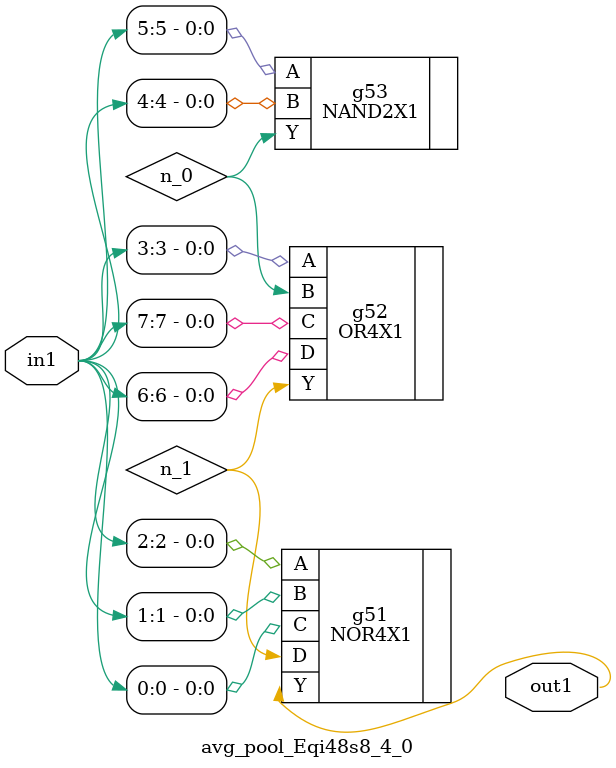
<source format=v>
`timescale 1ps / 1ps


module avg_pool_Eqi48s8_4_0(in1, out1);
  input [7:0] in1;
  output out1;
  wire [7:0] in1;
  wire out1;
  wire n_0, n_1;
  NOR4X1 g51(.A (in1[2]), .B (in1[1]), .C (in1[0]), .D (n_1), .Y
       (out1));
  OR4X1 g52(.A (in1[3]), .B (n_0), .C (in1[7]), .D (in1[6]), .Y (n_1));
  NAND2X1 g53(.A (in1[5]), .B (in1[4]), .Y (n_0));
endmodule



</source>
